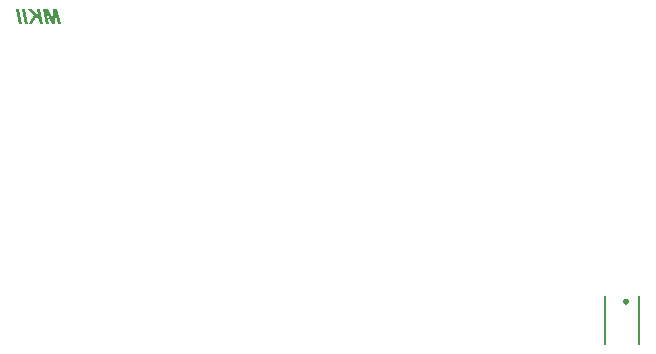
<source format=gbo>
%FSTAX25Y25*%
%MOIN*%
%SFA1B1*%

%IPPOS*%
%ADD10C,0.009843*%
%ADD11C,0.007874*%
%LNpcb1-1*%
%LPD*%
G36*
X047247Y0676577D02*
X0471442D01*
X0471114Y0678108*
X047013Y0678975*
X0468883Y0676577*
X046771*
X0469372Y0679639*
X0467105Y0681622*
X0468497*
X047083Y0679471*
X0470378Y0681622*
X0471413*
X047247Y0676577*
G37*
G36*
X0478346D02*
X0477405D01*
X0476611Y0680791*
X0476422Y0676577*
X0475437*
X0473564Y0680762*
X0474438Y0676577*
X0473498*
X0472579Y0681622*
X0474074*
X0475656Y0678152*
X0475816Y0681622*
X0477296*
X0478346Y0676577*
G37*
G36*
X0467411D02*
X0466383D01*
X0465319Y0681622*
X0466354*
X0467411Y0676577*
G37*
G36*
X046545D02*
X0464422D01*
X0463358Y0681622*
X0464393*
X046545Y0676577*
G37*
G54D10*
X0667246Y0584119D02*
D01*
X0667245Y0584154*
X0667241Y0584188*
X0667235Y0584222*
X0667227Y0584255*
X0667216Y0584288*
X0667203Y0584319*
X0667188Y058435*
X0667171Y058438*
X0667152Y0584408*
X0667131Y0584436*
X0667108Y0584461*
X0667083Y0584485*
X0667057Y0584507*
X0667029Y0584527*
X0667Y0584545*
X066697Y0584562*
X0666938Y0584575*
X0666906Y0584587*
X0666873Y0584597*
X0666839Y0584604*
X0666805Y0584609*
X0666771Y0584611*
X0666737*
X0666702Y0584609*
X0666668Y0584604*
X0666635Y0584597*
X0666602Y0584587*
X0666569Y0584575*
X0666538Y0584562*
X0666508Y0584545*
X0666479Y0584527*
X0666451Y0584507*
X0666425Y0584485*
X06664Y0584461*
X0666377Y0584436*
X0666356Y0584408*
X0666336Y058438*
X0666319Y058435*
X0666304Y0584319*
X0666291Y0584288*
X0666281Y0584255*
X0666272Y0584222*
X0666266Y0584188*
X0666263Y0584154*
X0666262Y0584119*
X0666263Y0584085*
X0666266Y0584051*
X0666272Y0584017*
X0666281Y0583984*
X0666291Y0583951*
X0666304Y0583919*
X0666319Y0583888*
X0666336Y0583858*
X0666356Y058383*
X0666377Y0583803*
X06664Y0583777*
X0666425Y0583753*
X0666451Y0583731*
X0666479Y0583711*
X0666508Y0583693*
X0666538Y0583677*
X0666569Y0583663*
X0666602Y0583651*
X0666635Y0583642*
X0666668Y0583635*
X0666702Y058363*
X0666737Y0583627*
X0666771*
X0666805Y058363*
X0666839Y0583635*
X0666873Y0583642*
X0666906Y0583651*
X0666938Y0583663*
X066697Y0583677*
X0667Y0583693*
X0667029Y0583711*
X0667057Y0583731*
X0667083Y0583753*
X0667108Y0583777*
X0667131Y0583803*
X0667152Y058383*
X0667171Y0583858*
X0667188Y0583888*
X0667203Y0583919*
X0667216Y0583951*
X0667227Y0583984*
X0667235Y0584017*
X0667241Y0584051*
X0667245Y0584085*
X0667246Y0584119*
G54D11*
X0659734Y0569682D02*
Y0585824D01*
X0671151Y0569682D02*
Y0585824D01*
M02*
</source>
